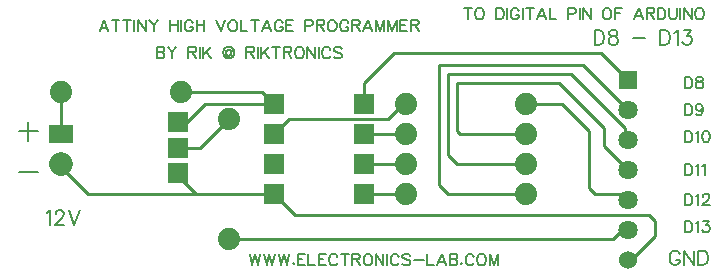
<source format=gtl>
G04 ---------------------------- Layer name :TOP LAYER*
G04 easyEDA 0.1*
G04 Scale: 100 percent, Rotated: No, Reflected: No *
G04 Dimensions in inches *
G04 leading zeros omitted , absolute positions ,2 integer and 4 * 
%FSLAX24Y24*%
%MOIN*%
G90*
G70D02*

%ADD10C,0.010000*%
%ADD11C,0.008000*%
%ADD12R,0.068000X0.068000*%
%ADD13C,0.074000*%
%ADD15R,0.066000X0.066000*%
%ADD16R,0.080000X0.060000*%
%ADD17R,0.064300X0.064300*%
%ADD18C,0.064300*%
%ADD20C,0.060000*%
%ADD22C,0.080000*%

%LPD*%
%LNVIA PAD TRACK COPPERAREA*%
G54D10*
G01X6100Y12600D02*
G01X6100Y12500D01*
G01X6700Y11900D01*
G01X9300Y11900D01*
G01X6100Y14300D02*
G01X6400Y14300D01*
G01X7000Y14900D01*
G01X9300Y14900D01*
G01X6200Y15300D02*
G01X8900Y15300D01*
G01X9300Y14900D01*
G01X2200Y15300D02*
G01X2200Y13900D01*
G01X2200Y12900D02*
G01X2200Y12800D01*
G01X3100Y11900D01*
G01X9300Y11900D01*
G01X12300Y13900D02*
G01X13700Y13900D01*
G01X12300Y12900D02*
G01X13700Y12900D01*
G01X12300Y11900D02*
G01X13700Y11900D01*
G01X6100Y13450D02*
G01X6850Y13450D01*
G01X7800Y14400D01*
G01X17700Y14900D02*
G01X18900Y14900D01*
G01X19800Y14000D01*
G01X19800Y12100D01*
G01X20000Y11900D01*
G01X20900Y11900D01*
G01X21000Y11800D01*
G01X13700Y14900D02*
G01X13600Y14900D01*
G01X13100Y14400D01*
G01X9800Y14400D01*
G01X9300Y13900D01*
G01X7800Y10400D02*
G01X20600Y10400D01*
G01X21000Y10800D01*
G01X17700Y11900D02*
G01X15100Y11900D01*
G01X14800Y12200D01*
G01X14800Y16200D01*
G01X19600Y16200D01*
G01X21000Y14800D01*
G01X21000Y13800D02*
G01X21000Y14100D01*
G01X19200Y15900D01*
G01X15100Y15900D01*
G01X15100Y13200D01*
G01X15400Y12900D01*
G01X17700Y12900D01*
G01X17700Y13900D02*
G01X15500Y13900D01*
G01X15400Y14000D01*
G01X15400Y15600D01*
G01X18800Y15600D01*
G01X20300Y14100D01*
G01X20300Y13500D01*
G01X21000Y12800D01*
G01X12300Y14900D02*
G01X12300Y15600D01*
G01X13300Y16600D01*
G01X20200Y16600D01*
G01X21000Y15800D01*
G01X21100Y9700D02*
G01X21200Y9700D01*
G01X22000Y10500D01*
G01X22000Y11000D01*
G01X21800Y11200D01*
G01X10000Y11200D01*
G01X9300Y11900D01*
G54D11*
G01X22840Y9908D02*
G01X22817Y9955D01*
G01X22773Y10000D01*
G01X22727Y10023D01*
G01X22636Y10023D01*
G01X22590Y10000D01*
G01X22545Y9955D01*
G01X22523Y9908D01*
G01X22500Y9841D01*
G01X22500Y9726D01*
G01X22523Y9658D01*
G01X22545Y9613D01*
G01X22590Y9568D01*
G01X22636Y9544D01*
G01X22727Y9544D01*
G01X22773Y9568D01*
G01X22817Y9613D01*
G01X22840Y9658D01*
G01X22840Y9726D01*
G01X22727Y9726D02*
G01X22840Y9726D01*
G01X22990Y10023D02*
G01X22990Y9544D01*
G01X22990Y10023D02*
G01X23309Y9544D01*
G01X23309Y10023D02*
G01X23309Y9544D01*
G01X23459Y10023D02*
G01X23459Y9544D01*
G01X23459Y10023D02*
G01X23617Y10023D01*
G01X23686Y10000D01*
G01X23732Y9955D01*
G01X23754Y9908D01*
G01X23777Y9841D01*
G01X23777Y9726D01*
G01X23754Y9658D01*
G01X23732Y9613D01*
G01X23686Y9568D01*
G01X23617Y9544D01*
G01X23459Y9544D01*
G01X20000Y17373D02*
G01X20000Y16895D01*
G01X20000Y17373D02*
G01X20159Y17373D01*
G01X20227Y17350D01*
G01X20273Y17305D01*
G01X20295Y17259D01*
G01X20317Y17191D01*
G01X20317Y17077D01*
G01X20295Y17009D01*
G01X20273Y16964D01*
G01X20227Y16918D01*
G01X20159Y16895D01*
G01X20000Y16895D01*
G01X20582Y17373D02*
G01X20514Y17350D01*
G01X20490Y17305D01*
G01X20490Y17259D01*
G01X20514Y17214D01*
G01X20559Y17191D01*
G01X20650Y17168D01*
G01X20717Y17145D01*
G01X20764Y17100D01*
G01X20786Y17055D01*
G01X20786Y16986D01*
G01X20764Y16941D01*
G01X20740Y16918D01*
G01X20673Y16895D01*
G01X20582Y16895D01*
G01X20514Y16918D01*
G01X20490Y16941D01*
G01X20467Y16986D01*
G01X20467Y17055D01*
G01X20490Y17100D01*
G01X20536Y17145D01*
G01X20604Y17168D01*
G01X20695Y17191D01*
G01X20740Y17214D01*
G01X20764Y17259D01*
G01X20764Y17305D01*
G01X20740Y17350D01*
G01X20673Y17373D01*
G01X20582Y17373D01*
G01X21286Y17100D02*
G01X21695Y17100D01*
G01X22195Y17373D02*
G01X22195Y16895D01*
G01X22195Y17373D02*
G01X22354Y17373D01*
G01X22423Y17350D01*
G01X22467Y17305D01*
G01X22490Y17259D01*
G01X22514Y17191D01*
G01X22514Y17077D01*
G01X22490Y17009D01*
G01X22467Y16964D01*
G01X22423Y16918D01*
G01X22354Y16895D01*
G01X22195Y16895D01*
G01X22664Y17282D02*
G01X22709Y17305D01*
G01X22777Y17373D01*
G01X22777Y16895D01*
G01X22973Y17373D02*
G01X23223Y17373D01*
G01X23086Y17191D01*
G01X23154Y17191D01*
G01X23200Y17168D01*
G01X23223Y17145D01*
G01X23245Y17077D01*
G01X23245Y17032D01*
G01X23223Y16964D01*
G01X23177Y16918D01*
G01X23109Y16895D01*
G01X23040Y16895D01*
G01X22973Y16918D01*
G01X22950Y16941D01*
G01X22927Y16986D01*
G01X15776Y18118D02*
G01X15776Y17736D01*
G01X15650Y18118D02*
G01X15905Y18118D01*
G01X16133Y18118D02*
G01X16097Y18100D01*
G01X16061Y18064D01*
G01X16043Y18027D01*
G01X16025Y17973D01*
G01X16025Y17882D01*
G01X16043Y17827D01*
G01X16061Y17791D01*
G01X16097Y17755D01*
G01X16133Y17736D01*
G01X16206Y17736D01*
G01X16243Y17755D01*
G01X16279Y17791D01*
G01X16297Y17827D01*
G01X16314Y17882D01*
G01X16314Y17973D01*
G01X16297Y18027D01*
G01X16279Y18064D01*
G01X16243Y18100D01*
G01X16206Y18118D01*
G01X16133Y18118D01*
G01X16714Y18118D02*
G01X16714Y17736D01*
G01X16714Y18118D02*
G01X16843Y18118D01*
G01X16897Y18100D01*
G01X16934Y18064D01*
G01X16952Y18027D01*
G01X16970Y17973D01*
G01X16970Y17882D01*
G01X16952Y17827D01*
G01X16934Y17791D01*
G01X16897Y17755D01*
G01X16843Y17736D01*
G01X16714Y17736D01*
G01X17089Y18118D02*
G01X17089Y17736D01*
G01X17483Y18027D02*
G01X17464Y18064D01*
G01X17427Y18100D01*
G01X17391Y18118D01*
G01X17319Y18118D01*
G01X17283Y18100D01*
G01X17246Y18064D01*
G01X17227Y18027D01*
G01X17210Y17973D01*
G01X17210Y17882D01*
G01X17227Y17827D01*
G01X17246Y17791D01*
G01X17283Y17755D01*
G01X17319Y17736D01*
G01X17391Y17736D01*
G01X17427Y17755D01*
G01X17464Y17791D01*
G01X17483Y17827D01*
G01X17483Y17882D01*
G01X17391Y17882D02*
G01X17483Y17882D01*
G01X17602Y18118D02*
G01X17602Y17736D01*
G01X17850Y18118D02*
G01X17850Y17736D01*
G01X17723Y18118D02*
G01X17977Y18118D01*
G01X18242Y18118D02*
G01X18097Y17736D01*
G01X18242Y18118D02*
G01X18388Y17736D01*
G01X18152Y17864D02*
G01X18334Y17864D01*
G01X18508Y18118D02*
G01X18508Y17736D01*
G01X18508Y17736D02*
G01X18726Y17736D01*
G01X19126Y18118D02*
G01X19126Y17736D01*
G01X19126Y18118D02*
G01X19289Y18118D01*
G01X19345Y18100D01*
G01X19363Y18082D01*
G01X19380Y18045D01*
G01X19380Y17991D01*
G01X19363Y17955D01*
G01X19345Y17936D01*
G01X19289Y17918D01*
G01X19126Y17918D01*
G01X19501Y18118D02*
G01X19501Y17736D01*
G01X19621Y18118D02*
G01X19621Y17736D01*
G01X19621Y18118D02*
G01X19875Y17736D01*
G01X19875Y18118D02*
G01X19875Y17736D01*
G01X20385Y18118D02*
G01X20348Y18100D01*
G01X20312Y18064D01*
G01X20294Y18027D01*
G01X20275Y17973D01*
G01X20275Y17882D01*
G01X20294Y17827D01*
G01X20312Y17791D01*
G01X20348Y17755D01*
G01X20385Y17736D01*
G01X20457Y17736D01*
G01X20494Y17755D01*
G01X20529Y17791D01*
G01X20548Y17827D01*
G01X20565Y17882D01*
G01X20565Y17973D01*
G01X20548Y18027D01*
G01X20529Y18064D01*
G01X20494Y18100D01*
G01X20457Y18118D01*
G01X20385Y18118D01*
G01X20686Y18118D02*
G01X20686Y17736D01*
G01X20686Y18118D02*
G01X20923Y18118D01*
G01X20686Y17936D02*
G01X20832Y17936D01*
G01X21467Y18118D02*
G01X21323Y17736D01*
G01X21467Y18118D02*
G01X21614Y17736D01*
G01X21377Y17864D02*
G01X21559Y17864D01*
G01X21734Y18118D02*
G01X21734Y17736D01*
G01X21734Y18118D02*
G01X21897Y18118D01*
G01X21952Y18100D01*
G01X21970Y18082D01*
G01X21988Y18045D01*
G01X21988Y18009D01*
G01X21970Y17973D01*
G01X21952Y17955D01*
G01X21897Y17936D01*
G01X21734Y17936D01*
G01X21861Y17936D02*
G01X21988Y17736D01*
G01X22108Y18118D02*
G01X22108Y17736D01*
G01X22108Y18118D02*
G01X22235Y18118D01*
G01X22289Y18100D01*
G01X22326Y18064D01*
G01X22345Y18027D01*
G01X22363Y17973D01*
G01X22363Y17882D01*
G01X22345Y17827D01*
G01X22326Y17791D01*
G01X22289Y17755D01*
G01X22235Y17736D01*
G01X22108Y17736D01*
G01X22483Y18118D02*
G01X22483Y17845D01*
G01X22501Y17791D01*
G01X22537Y17755D01*
G01X22591Y17736D01*
G01X22627Y17736D01*
G01X22683Y17755D01*
G01X22719Y17791D01*
G01X22737Y17845D01*
G01X22737Y18118D01*
G01X22857Y18118D02*
G01X22857Y17736D01*
G01X22977Y18118D02*
G01X22977Y17736D01*
G01X22977Y18118D02*
G01X23232Y17736D01*
G01X23232Y18118D02*
G01X23232Y17736D01*
G01X23461Y18118D02*
G01X23425Y18100D01*
G01X23388Y18064D01*
G01X23370Y18027D01*
G01X23352Y17973D01*
G01X23352Y17882D01*
G01X23370Y17827D01*
G01X23388Y17791D01*
G01X23425Y17755D01*
G01X23461Y17736D01*
G01X23534Y17736D01*
G01X23570Y17755D01*
G01X23605Y17791D01*
G01X23625Y17827D01*
G01X23642Y17882D01*
G01X23642Y17973D01*
G01X23625Y18027D01*
G01X23605Y18064D01*
G01X23570Y18100D01*
G01X23534Y18118D01*
G01X23461Y18118D01*
G01X23000Y15818D02*
G01X23000Y15436D01*
G01X23000Y15818D02*
G01X23127Y15818D01*
G01X23182Y15800D01*
G01X23217Y15763D01*
G01X23236Y15727D01*
G01X23254Y15672D01*
G01X23254Y15582D01*
G01X23236Y15527D01*
G01X23217Y15491D01*
G01X23182Y15455D01*
G01X23127Y15436D01*
G01X23000Y15436D01*
G01X23464Y15818D02*
G01X23411Y15800D01*
G01X23392Y15763D01*
G01X23392Y15727D01*
G01X23411Y15691D01*
G01X23447Y15672D01*
G01X23520Y15655D01*
G01X23575Y15636D01*
G01X23611Y15600D01*
G01X23628Y15563D01*
G01X23628Y15509D01*
G01X23611Y15472D01*
G01X23592Y15455D01*
G01X23538Y15436D01*
G01X23464Y15436D01*
G01X23411Y15455D01*
G01X23392Y15472D01*
G01X23375Y15509D01*
G01X23375Y15563D01*
G01X23392Y15600D01*
G01X23428Y15636D01*
G01X23484Y15655D01*
G01X23555Y15672D01*
G01X23592Y15691D01*
G01X23611Y15727D01*
G01X23611Y15763D01*
G01X23592Y15800D01*
G01X23538Y15818D01*
G01X23464Y15818D01*
G01X23000Y14918D02*
G01X23000Y14536D01*
G01X23000Y14918D02*
G01X23127Y14918D01*
G01X23182Y14900D01*
G01X23217Y14863D01*
G01X23236Y14827D01*
G01X23254Y14772D01*
G01X23254Y14682D01*
G01X23236Y14627D01*
G01X23217Y14591D01*
G01X23182Y14555D01*
G01X23127Y14536D01*
G01X23000Y14536D01*
G01X23611Y14791D02*
G01X23592Y14736D01*
G01X23555Y14700D01*
G01X23502Y14682D01*
G01X23484Y14682D01*
G01X23428Y14700D01*
G01X23392Y14736D01*
G01X23375Y14791D01*
G01X23375Y14809D01*
G01X23392Y14863D01*
G01X23428Y14900D01*
G01X23484Y14918D01*
G01X23502Y14918D01*
G01X23555Y14900D01*
G01X23592Y14863D01*
G01X23611Y14791D01*
G01X23611Y14700D01*
G01X23592Y14609D01*
G01X23555Y14555D01*
G01X23502Y14536D01*
G01X23464Y14536D01*
G01X23411Y14555D01*
G01X23392Y14591D01*
G01X23000Y14018D02*
G01X23000Y13636D01*
G01X23000Y14018D02*
G01X23127Y14018D01*
G01X23182Y14000D01*
G01X23217Y13963D01*
G01X23236Y13927D01*
G01X23254Y13872D01*
G01X23254Y13782D01*
G01X23236Y13727D01*
G01X23217Y13691D01*
G01X23182Y13655D01*
G01X23127Y13636D01*
G01X23000Y13636D01*
G01X23375Y13944D02*
G01X23411Y13963D01*
G01X23464Y14018D01*
G01X23464Y13636D01*
G01X23695Y14018D02*
G01X23639Y14000D01*
G01X23603Y13944D01*
G01X23585Y13855D01*
G01X23585Y13800D01*
G01X23603Y13709D01*
G01X23639Y13655D01*
G01X23695Y13636D01*
G01X23730Y13636D01*
G01X23785Y13655D01*
G01X23822Y13709D01*
G01X23839Y13800D01*
G01X23839Y13855D01*
G01X23822Y13944D01*
G01X23785Y14000D01*
G01X23730Y14018D01*
G01X23695Y14018D01*
G01X23000Y12918D02*
G01X23000Y12536D01*
G01X23000Y12918D02*
G01X23127Y12918D01*
G01X23182Y12900D01*
G01X23217Y12863D01*
G01X23236Y12827D01*
G01X23254Y12772D01*
G01X23254Y12682D01*
G01X23236Y12627D01*
G01X23217Y12591D01*
G01X23182Y12555D01*
G01X23127Y12536D01*
G01X23000Y12536D01*
G01X23375Y12844D02*
G01X23411Y12863D01*
G01X23464Y12918D01*
G01X23464Y12536D01*
G01X23585Y12844D02*
G01X23622Y12863D01*
G01X23676Y12918D01*
G01X23676Y12536D01*
G01X23000Y11918D02*
G01X23000Y11536D01*
G01X23000Y11918D02*
G01X23127Y11918D01*
G01X23182Y11900D01*
G01X23217Y11863D01*
G01X23236Y11826D01*
G01X23254Y11773D01*
G01X23254Y11682D01*
G01X23236Y11626D01*
G01X23217Y11591D01*
G01X23182Y11555D01*
G01X23127Y11536D01*
G01X23000Y11536D01*
G01X23375Y11844D02*
G01X23411Y11863D01*
G01X23464Y11918D01*
G01X23464Y11536D01*
G01X23603Y11826D02*
G01X23603Y11844D01*
G01X23622Y11882D01*
G01X23639Y11900D01*
G01X23676Y11918D01*
G01X23749Y11918D01*
G01X23785Y11900D01*
G01X23803Y11882D01*
G01X23822Y11844D01*
G01X23822Y11808D01*
G01X23803Y11773D01*
G01X23766Y11718D01*
G01X23585Y11536D01*
G01X23839Y11536D01*
G01X23000Y11018D02*
G01X23000Y10636D01*
G01X23000Y11018D02*
G01X23127Y11018D01*
G01X23182Y11000D01*
G01X23217Y10963D01*
G01X23236Y10926D01*
G01X23254Y10873D01*
G01X23254Y10782D01*
G01X23236Y10726D01*
G01X23217Y10691D01*
G01X23182Y10655D01*
G01X23127Y10636D01*
G01X23000Y10636D01*
G01X23375Y10944D02*
G01X23411Y10963D01*
G01X23464Y11018D01*
G01X23464Y10636D01*
G01X23622Y11018D02*
G01X23822Y11018D01*
G01X23713Y10873D01*
G01X23766Y10873D01*
G01X23803Y10855D01*
G01X23822Y10836D01*
G01X23839Y10782D01*
G01X23839Y10744D01*
G01X23822Y10691D01*
G01X23785Y10655D01*
G01X23730Y10636D01*
G01X23676Y10636D01*
G01X23622Y10655D01*
G01X23603Y10673D01*
G01X23585Y10708D01*
G01X1750Y11282D02*
G01X1794Y11305D01*
G01X1863Y11373D01*
G01X1863Y10894D01*
G01X2036Y11258D02*
G01X2036Y11282D01*
G01X2058Y11326D01*
G01X2081Y11350D01*
G01X2126Y11373D01*
G01X2218Y11373D01*
G01X2263Y11350D01*
G01X2286Y11326D01*
G01X2308Y11282D01*
G01X2308Y11236D01*
G01X2286Y11191D01*
G01X2241Y11123D01*
G01X2013Y10894D01*
G01X2331Y10894D01*
G01X2481Y11373D02*
G01X2663Y10894D01*
G01X2844Y11373D02*
G01X2663Y10894D01*
G01X1126Y14327D02*
G01X1126Y13672D01*
G01X800Y14000D02*
G01X1455Y14000D01*
G01X800Y12650D02*
G01X1455Y12650D01*
G01X5400Y16818D02*
G01X5400Y16436D01*
G01X5400Y16818D02*
G01X5563Y16818D01*
G01X5618Y16800D01*
G01X5636Y16782D01*
G01X5655Y16745D01*
G01X5655Y16709D01*
G01X5636Y16673D01*
G01X5618Y16655D01*
G01X5563Y16636D01*
G01X5400Y16636D02*
G01X5563Y16636D01*
G01X5618Y16618D01*
G01X5636Y16600D01*
G01X5655Y16564D01*
G01X5655Y16509D01*
G01X5636Y16473D01*
G01X5618Y16455D01*
G01X5563Y16436D01*
G01X5400Y16436D01*
G01X5775Y16818D02*
G01X5919Y16636D01*
G01X5919Y16436D01*
G01X6064Y16818D02*
G01X5919Y16636D01*
G01X6464Y16818D02*
G01X6464Y16436D01*
G01X6464Y16818D02*
G01X6629Y16818D01*
G01X6683Y16800D01*
G01X6701Y16782D01*
G01X6719Y16745D01*
G01X6719Y16709D01*
G01X6701Y16673D01*
G01X6683Y16655D01*
G01X6629Y16636D01*
G01X6464Y16636D01*
G01X6593Y16636D02*
G01X6719Y16436D01*
G01X6839Y16818D02*
G01X6839Y16436D01*
G01X6960Y16818D02*
G01X6960Y16436D01*
G01X7214Y16818D02*
G01X6960Y16564D01*
G01X7050Y16655D02*
G01X7214Y16436D01*
G01X7887Y16673D02*
G01X7869Y16709D01*
G01X7832Y16727D01*
G01X7777Y16727D01*
G01X7742Y16709D01*
G01X7724Y16691D01*
G01X7705Y16636D01*
G01X7705Y16582D01*
G01X7724Y16545D01*
G01X7760Y16527D01*
G01X7814Y16527D01*
G01X7850Y16545D01*
G01X7869Y16582D01*
G01X7777Y16727D02*
G01X7742Y16691D01*
G01X7724Y16636D01*
G01X7724Y16582D01*
G01X7742Y16545D01*
G01X7760Y16527D01*
G01X7887Y16727D02*
G01X7869Y16582D01*
G01X7869Y16545D01*
G01X7905Y16527D01*
G01X7942Y16527D01*
G01X7977Y16564D01*
G01X7995Y16618D01*
G01X7995Y16655D01*
G01X7977Y16709D01*
G01X7960Y16745D01*
G01X7924Y16782D01*
G01X7887Y16800D01*
G01X7832Y16818D01*
G01X7777Y16818D01*
G01X7724Y16800D01*
G01X7687Y16782D01*
G01X7650Y16745D01*
G01X7632Y16709D01*
G01X7614Y16655D01*
G01X7614Y16600D01*
G01X7632Y16545D01*
G01X7650Y16509D01*
G01X7687Y16473D01*
G01X7724Y16455D01*
G01X7777Y16436D01*
G01X7832Y16436D01*
G01X7887Y16455D01*
G01X7924Y16473D01*
G01X7942Y16491D01*
G01X7905Y16727D02*
G01X7887Y16582D01*
G01X7887Y16545D01*
G01X7905Y16527D01*
G01X8395Y16818D02*
G01X8395Y16436D01*
G01X8395Y16818D02*
G01X8560Y16818D01*
G01X8614Y16800D01*
G01X8632Y16782D01*
G01X8651Y16745D01*
G01X8651Y16709D01*
G01X8632Y16673D01*
G01X8614Y16655D01*
G01X8560Y16636D01*
G01X8395Y16636D01*
G01X8524Y16636D02*
G01X8651Y16436D01*
G01X8770Y16818D02*
G01X8770Y16436D01*
G01X8891Y16818D02*
G01X8891Y16436D01*
G01X9144Y16818D02*
G01X8891Y16564D01*
G01X8982Y16655D02*
G01X9144Y16436D01*
G01X9393Y16818D02*
G01X9393Y16436D01*
G01X9264Y16818D02*
G01X9519Y16818D01*
G01X9639Y16818D02*
G01X9639Y16436D01*
G01X9639Y16818D02*
G01X9804Y16818D01*
G01X9857Y16800D01*
G01X9876Y16782D01*
G01X9894Y16745D01*
G01X9894Y16709D01*
G01X9876Y16673D01*
G01X9857Y16655D01*
G01X9804Y16636D01*
G01X9639Y16636D01*
G01X9767Y16636D02*
G01X9894Y16436D01*
G01X10124Y16818D02*
G01X10087Y16800D01*
G01X10051Y16764D01*
G01X10032Y16727D01*
G01X10014Y16673D01*
G01X10014Y16582D01*
G01X10032Y16527D01*
G01X10051Y16491D01*
G01X10087Y16455D01*
G01X10124Y16436D01*
G01X10195Y16436D01*
G01X10232Y16455D01*
G01X10269Y16491D01*
G01X10287Y16527D01*
G01X10305Y16582D01*
G01X10305Y16673D01*
G01X10287Y16727D01*
G01X10269Y16764D01*
G01X10232Y16800D01*
G01X10195Y16818D01*
G01X10124Y16818D01*
G01X10425Y16818D02*
G01X10425Y16436D01*
G01X10425Y16818D02*
G01X10680Y16436D01*
G01X10680Y16818D02*
G01X10680Y16436D01*
G01X10800Y16818D02*
G01X10800Y16436D01*
G01X11193Y16727D02*
G01X11175Y16764D01*
G01X11138Y16800D01*
G01X11101Y16818D01*
G01X11029Y16818D01*
G01X10993Y16800D01*
G01X10956Y16764D01*
G01X10938Y16727D01*
G01X10919Y16673D01*
G01X10919Y16582D01*
G01X10938Y16527D01*
G01X10956Y16491D01*
G01X10993Y16455D01*
G01X11029Y16436D01*
G01X11101Y16436D01*
G01X11138Y16455D01*
G01X11175Y16491D01*
G01X11193Y16527D01*
G01X11567Y16764D02*
G01X11531Y16800D01*
G01X11476Y16818D01*
G01X11404Y16818D01*
G01X11349Y16800D01*
G01X11313Y16764D01*
G01X11313Y16727D01*
G01X11331Y16691D01*
G01X11349Y16673D01*
G01X11385Y16655D01*
G01X11494Y16618D01*
G01X11531Y16600D01*
G01X11549Y16582D01*
G01X11567Y16545D01*
G01X11567Y16491D01*
G01X11531Y16455D01*
G01X11476Y16436D01*
G01X11404Y16436D01*
G01X11349Y16455D01*
G01X11313Y16491D01*
G01X3644Y17718D02*
G01X3500Y17336D01*
G01X3644Y17718D02*
G01X3791Y17336D01*
G01X3555Y17464D02*
G01X3736Y17464D01*
G01X4037Y17718D02*
G01X4037Y17336D01*
G01X3911Y17718D02*
G01X4164Y17718D01*
G01X4413Y17718D02*
G01X4413Y17336D01*
G01X4285Y17718D02*
G01X4539Y17718D01*
G01X4660Y17718D02*
G01X4660Y17336D01*
G01X4780Y17718D02*
G01X4780Y17336D01*
G01X4780Y17718D02*
G01X5035Y17336D01*
G01X5035Y17718D02*
G01X5035Y17336D01*
G01X5155Y17718D02*
G01X5300Y17536D01*
G01X5300Y17336D01*
G01X5444Y17718D02*
G01X5300Y17536D01*
G01X5844Y17718D02*
G01X5844Y17336D01*
G01X6100Y17718D02*
G01X6100Y17336D01*
G01X5844Y17536D02*
G01X6100Y17536D01*
G01X6219Y17718D02*
G01X6219Y17336D01*
G01X6613Y17627D02*
G01X6594Y17664D01*
G01X6557Y17700D01*
G01X6522Y17718D01*
G01X6449Y17718D01*
G01X6413Y17700D01*
G01X6375Y17664D01*
G01X6357Y17627D01*
G01X6339Y17573D01*
G01X6339Y17482D01*
G01X6357Y17427D01*
G01X6375Y17391D01*
G01X6413Y17355D01*
G01X6449Y17336D01*
G01X6522Y17336D01*
G01X6557Y17355D01*
G01X6594Y17391D01*
G01X6613Y17427D01*
G01X6613Y17482D01*
G01X6522Y17482D02*
G01X6613Y17482D01*
G01X6732Y17718D02*
G01X6732Y17336D01*
G01X6987Y17718D02*
G01X6987Y17336D01*
G01X6732Y17536D02*
G01X6987Y17536D01*
G01X7387Y17718D02*
G01X7532Y17336D01*
G01X7677Y17718D02*
G01X7532Y17336D01*
G01X7906Y17718D02*
G01X7870Y17700D01*
G01X7835Y17664D01*
G01X7816Y17627D01*
G01X7798Y17573D01*
G01X7798Y17482D01*
G01X7816Y17427D01*
G01X7835Y17391D01*
G01X7870Y17355D01*
G01X7906Y17336D01*
G01X7980Y17336D01*
G01X8016Y17355D01*
G01X8052Y17391D01*
G01X8070Y17427D01*
G01X8088Y17482D01*
G01X8088Y17573D01*
G01X8070Y17627D01*
G01X8052Y17664D01*
G01X8016Y17700D01*
G01X7980Y17718D01*
G01X7906Y17718D01*
G01X8208Y17718D02*
G01X8208Y17336D01*
G01X8208Y17336D02*
G01X8426Y17336D01*
G01X8675Y17718D02*
G01X8675Y17336D01*
G01X8547Y17718D02*
G01X8801Y17718D01*
G01X9067Y17718D02*
G01X8922Y17336D01*
G01X9067Y17718D02*
G01X9213Y17336D01*
G01X8976Y17464D02*
G01X9157Y17464D01*
G01X9605Y17627D02*
G01X9587Y17664D01*
G01X9551Y17700D01*
G01X9514Y17718D01*
G01X9442Y17718D01*
G01X9405Y17700D01*
G01X9369Y17664D01*
G01X9351Y17627D01*
G01X9332Y17573D01*
G01X9332Y17482D01*
G01X9351Y17427D01*
G01X9369Y17391D01*
G01X9405Y17355D01*
G01X9442Y17336D01*
G01X9514Y17336D01*
G01X9551Y17355D01*
G01X9587Y17391D01*
G01X9605Y17427D01*
G01X9605Y17482D01*
G01X9514Y17482D02*
G01X9605Y17482D01*
G01X9725Y17718D02*
G01X9725Y17336D01*
G01X9725Y17718D02*
G01X9962Y17718D01*
G01X9725Y17536D02*
G01X9870Y17536D01*
G01X9725Y17336D02*
G01X9962Y17336D01*
G01X10362Y17718D02*
G01X10362Y17336D01*
G01X10362Y17718D02*
G01X10525Y17718D01*
G01X10580Y17700D01*
G01X10598Y17682D01*
G01X10616Y17645D01*
G01X10616Y17591D01*
G01X10598Y17555D01*
G01X10580Y17536D01*
G01X10525Y17518D01*
G01X10362Y17518D01*
G01X10736Y17718D02*
G01X10736Y17336D01*
G01X10736Y17718D02*
G01X10900Y17718D01*
G01X10955Y17700D01*
G01X10973Y17682D01*
G01X10991Y17645D01*
G01X10991Y17609D01*
G01X10973Y17573D01*
G01X10955Y17555D01*
G01X10900Y17536D01*
G01X10736Y17536D01*
G01X10863Y17536D02*
G01X10991Y17336D01*
G01X11219Y17718D02*
G01X11183Y17700D01*
G01X11147Y17664D01*
G01X11129Y17627D01*
G01X11111Y17573D01*
G01X11111Y17482D01*
G01X11129Y17427D01*
G01X11147Y17391D01*
G01X11183Y17355D01*
G01X11219Y17336D01*
G01X11293Y17336D01*
G01X11329Y17355D01*
G01X11364Y17391D01*
G01X11383Y17427D01*
G01X11401Y17482D01*
G01X11401Y17573D01*
G01X11383Y17627D01*
G01X11364Y17664D01*
G01X11329Y17700D01*
G01X11293Y17718D01*
G01X11219Y17718D01*
G01X11794Y17627D02*
G01X11776Y17664D01*
G01X11739Y17700D01*
G01X11704Y17718D01*
G01X11631Y17718D01*
G01X11594Y17700D01*
G01X11557Y17664D01*
G01X11539Y17627D01*
G01X11522Y17573D01*
G01X11522Y17482D01*
G01X11539Y17427D01*
G01X11557Y17391D01*
G01X11594Y17355D01*
G01X11631Y17336D01*
G01X11704Y17336D01*
G01X11739Y17355D01*
G01X11776Y17391D01*
G01X11794Y17427D01*
G01X11794Y17482D01*
G01X11704Y17482D02*
G01X11794Y17482D01*
G01X11914Y17718D02*
G01X11914Y17336D01*
G01X11914Y17718D02*
G01X12077Y17718D01*
G01X12132Y17700D01*
G01X12151Y17682D01*
G01X12169Y17645D01*
G01X12169Y17609D01*
G01X12151Y17573D01*
G01X12132Y17555D01*
G01X12077Y17536D01*
G01X11914Y17536D01*
G01X12042Y17536D02*
G01X12169Y17336D01*
G01X12435Y17718D02*
G01X12288Y17336D01*
G01X12435Y17718D02*
G01X12580Y17336D01*
G01X12344Y17464D02*
G01X12525Y17464D01*
G01X12700Y17718D02*
G01X12700Y17336D01*
G01X12700Y17718D02*
G01X12844Y17336D01*
G01X12991Y17718D02*
G01X12844Y17336D01*
G01X12991Y17718D02*
G01X12991Y17336D01*
G01X13111Y17718D02*
G01X13111Y17336D01*
G01X13111Y17718D02*
G01X13256Y17336D01*
G01X13401Y17718D02*
G01X13256Y17336D01*
G01X13401Y17718D02*
G01X13401Y17336D01*
G01X13522Y17718D02*
G01X13522Y17336D01*
G01X13522Y17718D02*
G01X13757Y17718D01*
G01X13522Y17536D02*
G01X13667Y17536D01*
G01X13522Y17336D02*
G01X13757Y17336D01*
G01X13877Y17718D02*
G01X13877Y17336D01*
G01X13877Y17718D02*
G01X14042Y17718D01*
G01X14095Y17700D01*
G01X14114Y17682D01*
G01X14132Y17645D01*
G01X14132Y17609D01*
G01X14114Y17573D01*
G01X14095Y17555D01*
G01X14042Y17536D01*
G01X13877Y17536D01*
G01X14005Y17536D02*
G01X14132Y17336D01*
G01X8500Y9918D02*
G01X8591Y9536D01*
G01X8682Y9918D02*
G01X8591Y9536D01*
G01X8682Y9918D02*
G01X8773Y9536D01*
G01X8863Y9918D02*
G01X8773Y9536D01*
G01X8983Y9918D02*
G01X9075Y9536D01*
G01X9164Y9918D02*
G01X9075Y9536D01*
G01X9164Y9918D02*
G01X9256Y9536D01*
G01X9347Y9918D02*
G01X9256Y9536D01*
G01X9467Y9918D02*
G01X9557Y9536D01*
G01X9649Y9918D02*
G01X9557Y9536D01*
G01X9649Y9918D02*
G01X9739Y9536D01*
G01X9831Y9918D02*
G01X9739Y9536D01*
G01X9969Y9626D02*
G01X9951Y9608D01*
G01X9969Y9591D01*
G01X9987Y9608D01*
G01X9969Y9626D01*
G01X10107Y9918D02*
G01X10107Y9536D01*
G01X10107Y9918D02*
G01X10344Y9918D01*
G01X10107Y9736D02*
G01X10252Y9736D01*
G01X10107Y9536D02*
G01X10344Y9536D01*
G01X10463Y9918D02*
G01X10463Y9536D01*
G01X10463Y9536D02*
G01X10682Y9536D01*
G01X10801Y9918D02*
G01X10801Y9536D01*
G01X10801Y9918D02*
G01X11038Y9918D01*
G01X10801Y9736D02*
G01X10947Y9736D01*
G01X10801Y9536D02*
G01X11038Y9536D01*
G01X11431Y9826D02*
G01X11413Y9863D01*
G01X11376Y9900D01*
G01X11339Y9918D01*
G01X11267Y9918D01*
G01X11231Y9900D01*
G01X11194Y9863D01*
G01X11176Y9826D01*
G01X11157Y9773D01*
G01X11157Y9682D01*
G01X11176Y9626D01*
G01X11194Y9591D01*
G01X11231Y9555D01*
G01X11267Y9536D01*
G01X11339Y9536D01*
G01X11376Y9555D01*
G01X11413Y9591D01*
G01X11431Y9626D01*
G01X11677Y9918D02*
G01X11677Y9536D01*
G01X11551Y9918D02*
G01X11805Y9918D01*
G01X11925Y9918D02*
G01X11925Y9536D01*
G01X11925Y9918D02*
G01X12088Y9918D01*
G01X12144Y9900D01*
G01X12162Y9882D01*
G01X12180Y9844D01*
G01X12180Y9808D01*
G01X12162Y9773D01*
G01X12144Y9755D01*
G01X12088Y9736D01*
G01X11925Y9736D01*
G01X12052Y9736D02*
G01X12180Y9536D01*
G01X12408Y9918D02*
G01X12373Y9900D01*
G01X12336Y9863D01*
G01X12318Y9826D01*
G01X12300Y9773D01*
G01X12300Y9682D01*
G01X12318Y9626D01*
G01X12336Y9591D01*
G01X12373Y9555D01*
G01X12408Y9536D01*
G01X12482Y9536D01*
G01X12518Y9555D01*
G01X12555Y9591D01*
G01X12573Y9626D01*
G01X12591Y9682D01*
G01X12591Y9773D01*
G01X12573Y9826D01*
G01X12555Y9863D01*
G01X12518Y9900D01*
G01X12482Y9918D01*
G01X12408Y9918D01*
G01X12711Y9918D02*
G01X12711Y9536D01*
G01X12711Y9918D02*
G01X12964Y9536D01*
G01X12964Y9918D02*
G01X12964Y9536D01*
G01X13085Y9918D02*
G01X13085Y9536D01*
G01X13477Y9826D02*
G01X13460Y9863D01*
G01X13424Y9900D01*
G01X13387Y9918D01*
G01X13314Y9918D01*
G01X13277Y9900D01*
G01X13242Y9863D01*
G01X13224Y9826D01*
G01X13205Y9773D01*
G01X13205Y9682D01*
G01X13224Y9626D01*
G01X13242Y9591D01*
G01X13277Y9555D01*
G01X13314Y9536D01*
G01X13387Y9536D01*
G01X13424Y9555D01*
G01X13460Y9591D01*
G01X13477Y9626D01*
G01X13852Y9863D02*
G01X13816Y9900D01*
G01X13762Y9918D01*
G01X13688Y9918D01*
G01X13635Y9900D01*
G01X13598Y9863D01*
G01X13598Y9826D01*
G01X13616Y9791D01*
G01X13635Y9773D01*
G01X13670Y9755D01*
G01X13780Y9718D01*
G01X13816Y9700D01*
G01X13835Y9682D01*
G01X13852Y9644D01*
G01X13852Y9591D01*
G01X13816Y9555D01*
G01X13762Y9536D01*
G01X13688Y9536D01*
G01X13635Y9555D01*
G01X13598Y9591D01*
G01X13973Y9700D02*
G01X14300Y9700D01*
G01X14419Y9918D02*
G01X14419Y9536D01*
G01X14419Y9536D02*
G01X14638Y9536D01*
G01X14904Y9918D02*
G01X14757Y9536D01*
G01X14904Y9918D02*
G01X15049Y9536D01*
G01X14813Y9663D02*
G01X14994Y9663D01*
G01X15169Y9918D02*
G01X15169Y9536D01*
G01X15169Y9918D02*
G01X15332Y9918D01*
G01X15387Y9900D01*
G01X15405Y9882D01*
G01X15424Y9844D01*
G01X15424Y9808D01*
G01X15405Y9773D01*
G01X15387Y9755D01*
G01X15332Y9736D01*
G01X15169Y9736D02*
G01X15332Y9736D01*
G01X15387Y9718D01*
G01X15405Y9700D01*
G01X15424Y9663D01*
G01X15424Y9608D01*
G01X15405Y9573D01*
G01X15387Y9555D01*
G01X15332Y9536D01*
G01X15169Y9536D01*
G01X15562Y9626D02*
G01X15544Y9608D01*
G01X15562Y9591D01*
G01X15580Y9608D01*
G01X15562Y9626D01*
G01X15973Y9826D02*
G01X15955Y9863D01*
G01X15918Y9900D01*
G01X15882Y9918D01*
G01X15808Y9918D01*
G01X15773Y9900D01*
G01X15736Y9863D01*
G01X15718Y9826D01*
G01X15700Y9773D01*
G01X15700Y9682D01*
G01X15718Y9626D01*
G01X15736Y9591D01*
G01X15773Y9555D01*
G01X15808Y9536D01*
G01X15882Y9536D01*
G01X15918Y9555D01*
G01X15955Y9591D01*
G01X15973Y9626D01*
G01X16201Y9918D02*
G01X16164Y9900D01*
G01X16129Y9863D01*
G01X16111Y9826D01*
G01X16093Y9773D01*
G01X16093Y9682D01*
G01X16111Y9626D01*
G01X16129Y9591D01*
G01X16164Y9555D01*
G01X16201Y9536D01*
G01X16275Y9536D01*
G01X16311Y9555D01*
G01X16347Y9591D01*
G01X16364Y9626D01*
G01X16383Y9682D01*
G01X16383Y9773D01*
G01X16364Y9826D01*
G01X16347Y9863D01*
G01X16311Y9900D01*
G01X16275Y9918D01*
G01X16201Y9918D01*
G01X16504Y9918D02*
G01X16504Y9536D01*
G01X16504Y9918D02*
G01X16649Y9536D01*
G01X16795Y9918D02*
G01X16649Y9536D01*
G01X16795Y9918D02*
G01X16795Y9536D01*
G54D12*
G01X9300Y14900D03*
G01X9300Y13900D03*
G01X9300Y12900D03*
G01X9300Y11900D03*
G01X12300Y11900D03*
G01X12300Y12900D03*
G01X12300Y13900D03*
G01X12300Y14900D03*
G54D13*
G01X13700Y13900D03*
G01X17700Y13900D03*
G01X13700Y12900D03*
G01X17700Y12900D03*
G01X13700Y11900D03*
G01X17700Y11900D03*
G54D15*
G01X6100Y12600D03*
G01X6100Y13450D03*
G01X6100Y14300D03*
G54D16*
G01X2200Y13900D03*
G54D13*
G01X2200Y15300D03*
G01X6200Y15300D03*
G01X7800Y10400D03*
G01X7800Y14400D03*
G01X13700Y14900D03*
G01X17700Y14900D03*
G54D17*
G01X21100Y15700D03*
G54D18*
G01X21100Y14700D03*
G01X21100Y13700D03*
G01X21100Y12700D03*
G01X21100Y11700D03*
G01X21100Y10700D03*
G54D20*
G01X21100Y9700D03*
G54D12*
G01X9300Y14900D03*
G01X9300Y13900D03*
G01X9300Y12900D03*
G01X9300Y11900D03*
G01X12300Y11900D03*
G01X12300Y12900D03*
G01X12300Y13900D03*
G01X12300Y14900D03*
G54D13*
G01X13700Y13900D03*
G01X17700Y13900D03*
G01X13700Y12900D03*
G01X17700Y12900D03*
G01X13700Y11900D03*
G01X17700Y11900D03*
G54D15*
G01X6100Y12600D03*
G01X6100Y13450D03*
G01X6100Y14300D03*
G54D16*
G01X2200Y13900D03*
G54D13*
G01X2200Y15300D03*
G01X6200Y15300D03*
G01X7800Y10400D03*
G01X7800Y14400D03*
G01X13700Y14900D03*
G01X17700Y14900D03*
G54D17*
G01X21100Y15700D03*
G54D18*
G01X21100Y14700D03*
G01X21100Y13700D03*
G01X21100Y12700D03*
G01X21100Y11700D03*
G01X21100Y10700D03*
G54D20*
G01X21100Y9700D03*
G54D22*
G01X2200Y12900D02*
G01X2200Y12900D01*

M00*
M02*
</source>
